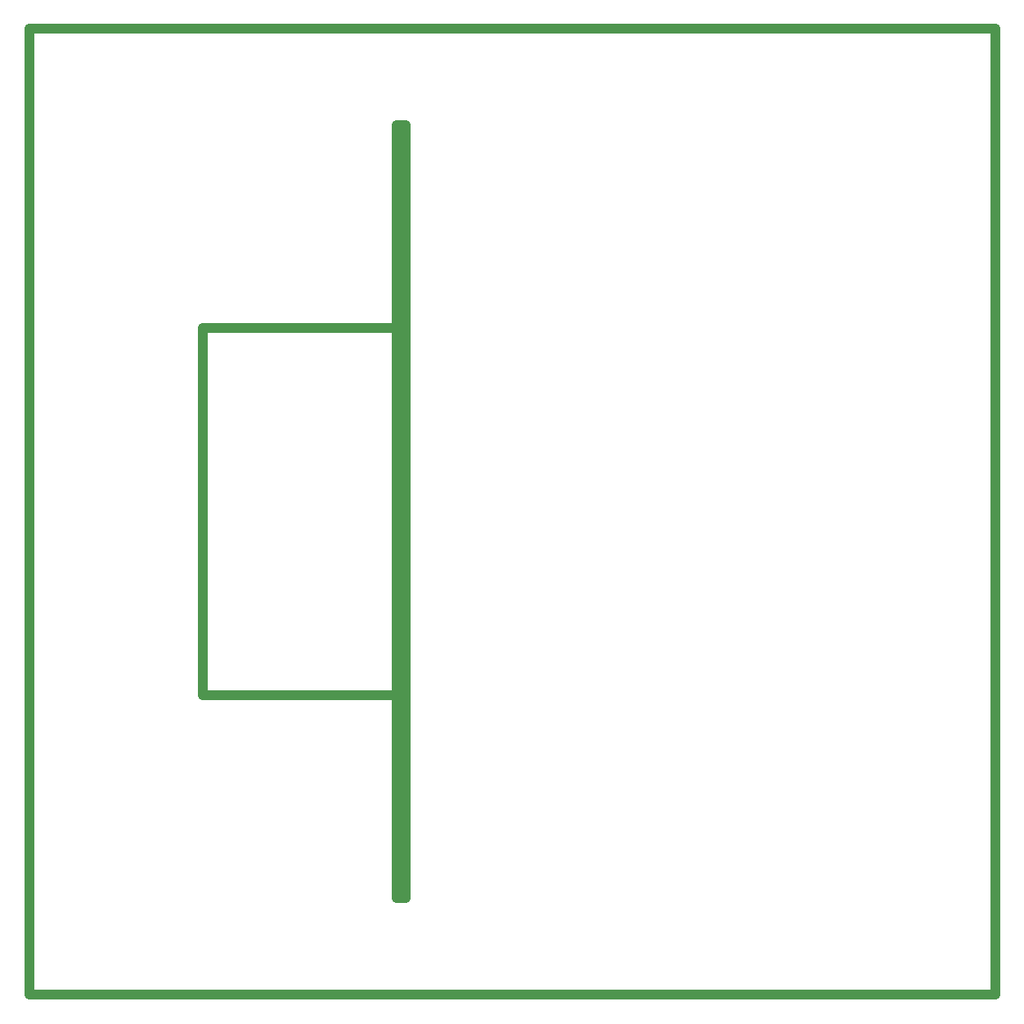
<source format=gbr>
%TF.GenerationSoftware,KiCad,Pcbnew,(5.0.0)*%
%TF.CreationDate,2019-02-05T18:13:41+01:00*%
%TF.ProjectId,Kicad-Midi2CV2,4B696361642D4D696469324356322E6B,Rev B*%
%TF.SameCoordinates,Original*%
%TF.FileFunction,Profile,NP*%
%FSLAX46Y46*%
G04 Gerber Fmt 4.6, Leading zero omitted, Abs format (unit mm)*
G04 Created by KiCad (PCBNEW (5.0.0)) date 02/05/19 18:13:41*
%MOMM*%
%LPD*%
G01*
G04 APERTURE LIST*
%ADD10C,1.000000*%
G04 APERTURE END LIST*
D10*
X138000000Y-119000000D02*
X138000000Y-81000000D01*
X118000000Y-119000000D02*
X138000000Y-119000000D01*
X118000000Y-81000000D02*
X118000000Y-119000000D01*
X138000000Y-81000000D02*
X118000000Y-81000000D01*
X138000000Y-140000000D02*
X139000000Y-140000000D01*
X138000000Y-60000000D02*
X139000000Y-60000000D01*
X139000000Y-140000000D02*
X139000000Y-60000000D01*
X138000000Y-60000000D02*
X138000000Y-140000000D01*
X200000000Y-50000000D02*
X100000000Y-50000000D01*
X200000000Y-150000000D02*
X200000000Y-50000000D01*
X100000000Y-150000000D02*
X200000000Y-150000000D01*
X100000000Y-50000000D02*
X100000000Y-150000000D01*
M02*

</source>
